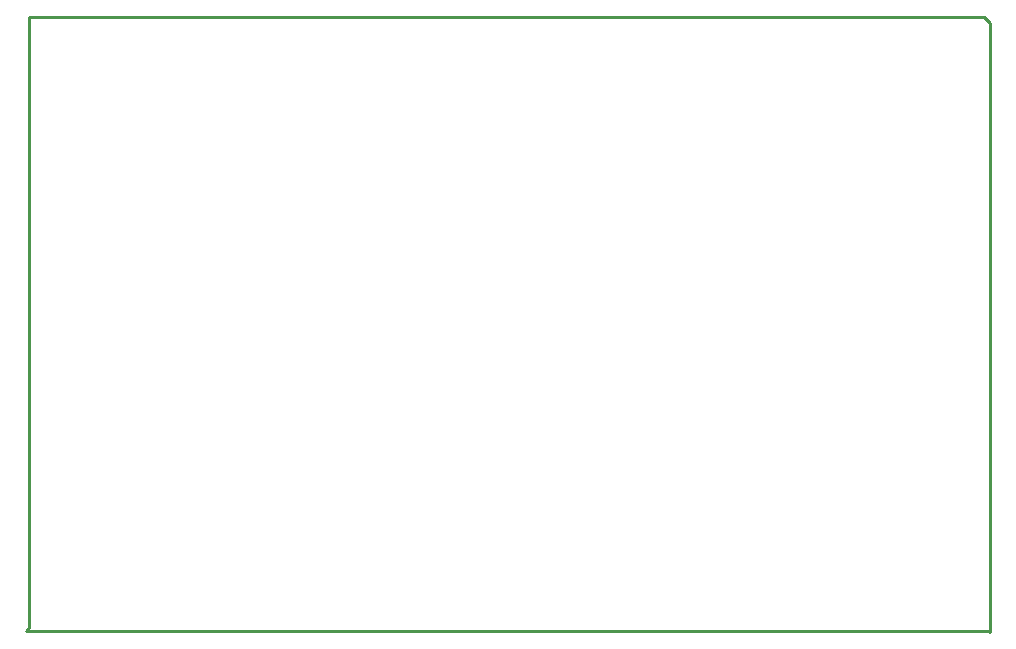
<source format=gko>
G04*
G04 #@! TF.GenerationSoftware,Altium Limited,Altium Designer,22.6.1 (34)*
G04*
G04 Layer_Color=16711935*
%FSLAX44Y44*%
%MOMM*%
G71*
G04*
G04 #@! TF.SameCoordinates,4A2B6ED2-E769-494B-A906-BAD3D60E24F7*
G04*
G04*
G04 #@! TF.FilePolarity,Positive*
G04*
G01*
G75*
%ADD11C,0.2540*%
D11*
X294640Y786130D02*
Y1123950D01*
X292100Y783590D02*
X294640Y786130D01*
X292100Y783590D02*
X1107440D01*
X1108710Y782320D01*
Y1297940D01*
X1103630Y1303020D02*
X1108710Y1297940D01*
X294640Y1303020D02*
X1103630D01*
X294640Y1123950D02*
Y1303020D01*
M02*

</source>
